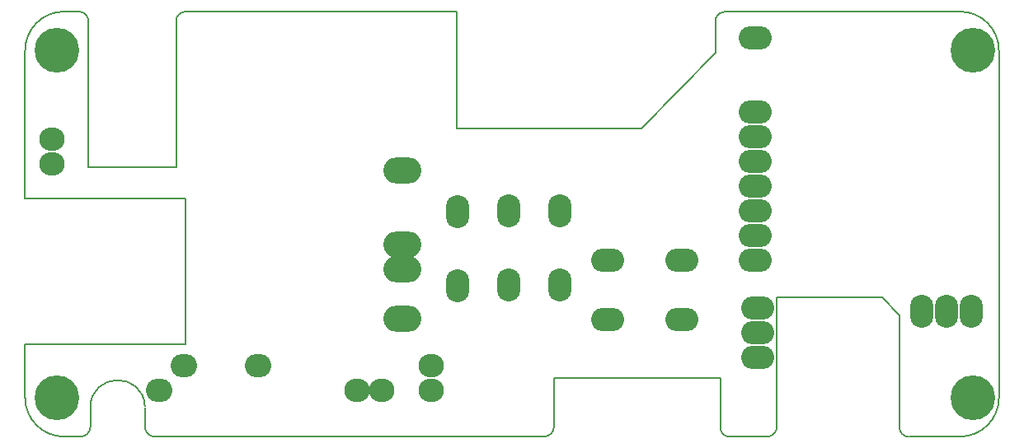
<source format=gts>
%TF.GenerationSoftware,KiCad,Pcbnew,(5.0.0)*%
%TF.CreationDate,2019-07-02T00:18:45+02:00*%
%TF.ProjectId,Gnu vario V1.9,476E7520766172696F2056312E392E6B,V 1.4*%
%TF.SameCoordinates,Original*%
%TF.FileFunction,Soldermask,Top*%
%TF.FilePolarity,Negative*%
%FSLAX46Y46*%
G04 Gerber Fmt 4.6, Leading zero omitted, Abs format (unit mm)*
G04 Created by KiCad (PCBNEW (5.0.0)) date 07/02/19 00:18:45*
%MOMM*%
%LPD*%
G01*
G04 APERTURE LIST*
%ADD10C,0.150000*%
%ADD11O,2.600000X2.400000*%
%ADD12C,4.600000*%
%ADD13O,2.700000X2.400000*%
%ADD14O,3.400000X2.400000*%
%ADD15O,2.400000X3.400000*%
%ADD16O,3.900000X2.700000*%
G04 APERTURE END LIST*
D10*
X162700000Y-95300000D02*
X173500000Y-95300000D01*
X162700000Y-108600000D02*
G75*
G02X161700000Y-109600000I-1000000J0D01*
G01*
X176200000Y-109600000D02*
G75*
G02X175300000Y-108700000I0J900000D01*
G01*
X175300000Y-97100000D02*
X175300000Y-108800000D01*
X173500000Y-95300000D02*
X175300000Y-97100000D01*
X162700000Y-95300000D02*
X162700000Y-108600000D01*
X157800000Y-109600000D02*
G75*
G02X156900000Y-108700000I0J900000D01*
G01*
X85500000Y-69900000D02*
X85500000Y-85100000D01*
X102000000Y-100100000D02*
X85500000Y-100100000D01*
X102000000Y-85100000D02*
X102000000Y-100100000D01*
X101000000Y-85100000D02*
X102000000Y-85100000D01*
X101000000Y-85100000D02*
X85500000Y-85100000D01*
X148800000Y-77900000D02*
X156400000Y-70100000D01*
X129800000Y-77900000D02*
X148800000Y-77900000D01*
X129800000Y-65900000D02*
X129800000Y-77900000D01*
X157800000Y-109600000D02*
X161700000Y-109600000D01*
X175700000Y-65900000D02*
X162400000Y-65900000D01*
X162400000Y-65900000D02*
X157400000Y-65900000D01*
X156402857Y-66600886D02*
G75*
G02X157400000Y-65900000I952331J-295115D01*
G01*
X156400000Y-66600000D02*
X156400000Y-70100000D01*
X98800000Y-109600000D02*
G75*
G02X97800000Y-108600000I0J1000000D01*
G01*
X92198215Y-108600000D02*
G75*
G02X91198215Y-109600000I-1000000J0D01*
G01*
X92198215Y-106600000D02*
G75*
G02X97800000Y-106500000I2801785J0D01*
G01*
X97800000Y-108600000D02*
X97800000Y-106600000D01*
X92198215Y-108600000D02*
X92198215Y-106600000D01*
X139800000Y-108600000D02*
G75*
G02X138800000Y-109600000I-1000000J0D01*
G01*
X101000000Y-66900000D02*
G75*
G02X102000000Y-65900000I1000000J0D01*
G01*
X91000000Y-65900000D02*
G75*
G02X92000000Y-66900000I0J-1000000D01*
G01*
X85500000Y-69900000D02*
G75*
G02X89500000Y-65900000I4000000J0D01*
G01*
X89500000Y-109600000D02*
G75*
G02X85500000Y-105600000I0J4000000D01*
G01*
X185500000Y-105600000D02*
G75*
G02X181500000Y-109600000I-4000000J0D01*
G01*
X181500000Y-65900000D02*
G75*
G02X185500000Y-69900000I0J-4000000D01*
G01*
X156900000Y-103600000D02*
X139800000Y-103600000D01*
X139800000Y-103600000D02*
X139800000Y-108600000D01*
X156900000Y-108700000D02*
X156900000Y-103600000D01*
X138800000Y-109600000D02*
X98800000Y-109600000D01*
X181500000Y-109600000D02*
X176300000Y-109600000D01*
X185500000Y-69900000D02*
X185500000Y-105600000D01*
X175700000Y-65900000D02*
X181500000Y-65900000D01*
X102000000Y-65900000D02*
X129800000Y-65900000D01*
X101000000Y-81900000D02*
X101000000Y-66900000D01*
X92000000Y-81900000D02*
X101000000Y-81900000D01*
X92000000Y-66900000D02*
X92000000Y-81900000D01*
X89500000Y-65900000D02*
X91000000Y-65900000D01*
X85500000Y-105600000D02*
X85500000Y-100100000D01*
X91200000Y-109600000D02*
X89500000Y-109600000D01*
D11*
X88260000Y-81580000D03*
X88260000Y-79040000D03*
D12*
X88800000Y-105600000D03*
X88800000Y-69900000D03*
X182800000Y-69900000D03*
X182800000Y-105600000D03*
D11*
X127184546Y-102334532D03*
X127184546Y-104874532D03*
D13*
X99244546Y-104884532D03*
D11*
X122104546Y-104874532D03*
X119564546Y-104874532D03*
D13*
X109404546Y-102334532D03*
X101784546Y-102334532D03*
D14*
X160700000Y-96420000D03*
X160700000Y-101500000D03*
X160700000Y-98960000D03*
X152950000Y-97570000D03*
X145330000Y-97570000D03*
X152950000Y-91510000D03*
X145330000Y-91510000D03*
D15*
X140390000Y-94040000D03*
X140390000Y-86420000D03*
X135130000Y-94040000D03*
X135130000Y-86420000D03*
D16*
X124210000Y-97470000D03*
X124210000Y-92390000D03*
X124210000Y-89850000D03*
X124210000Y-82230000D03*
D15*
X129890000Y-94070000D03*
X129890000Y-86450000D03*
X177580000Y-96740000D03*
X180120000Y-96740000D03*
X182660000Y-96740000D03*
D14*
X160500000Y-91500000D03*
X160500000Y-88960000D03*
X160500000Y-86420000D03*
X160500000Y-83880000D03*
X160500000Y-76260000D03*
X160500000Y-81340000D03*
X160500000Y-78800000D03*
X160500000Y-68640000D03*
M02*

</source>
